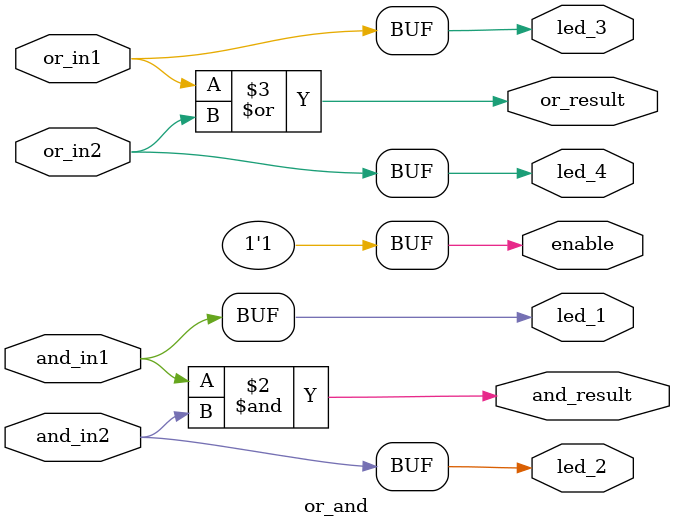
<source format=v>
module or_and (
  // Inputs from push buttons
  input wire and_in1,
  input wire and_in2,
  input wire or_in1,    
  input wire or_in2,


  // Outputs
  output reg  enable,     // Pin 6  (to enable push buttons externally)
  output reg  and_result, // Pin 38 (AND output)
  output reg  or_result, 

  output reg  led_1,
  output reg  led_2,
  output reg  led_3,
  output reg  led_4

);



  always @(*) begin
    // Enable the push button circuit
    enable = 1'b1;
   
    // Process logic only when buttons are enabled
    
    led_1 = and_in1;
    led_2 = and_in2;
    led_3 = or_in1;
    led_4 = or_in2;

    and_result = and_in1 & and_in2;
    or_result = or_in1 | or_in2;
    
  end

endmodule


</source>
